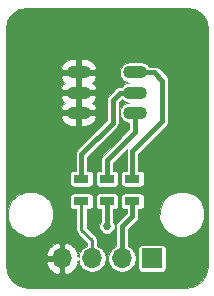
<source format=gtl>
%TF.GenerationSoftware,KiCad,Pcbnew,4.0.7*%
%TF.CreationDate,2018-07-15T20:08:15+02:00*%
%TF.ProjectId,RGBModule,5247424D6F64756C652E6B696361645F,rev?*%
%TF.FileFunction,Copper,L1,Top,Signal*%
%FSLAX46Y46*%
G04 Gerber Fmt 4.6, Leading zero omitted, Abs format (unit mm)*
G04 Created by KiCad (PCBNEW 4.0.7) date 07/15/18 20:08:15*
%MOMM*%
%LPD*%
G01*
G04 APERTURE LIST*
%ADD10C,0.100000*%
%ADD11R,1.700000X1.700000*%
%ADD12O,1.700000X1.700000*%
%ADD13O,1.998980X1.099820*%
%ADD14R,1.300000X0.700000*%
%ADD15C,0.685800*%
%ADD16C,0.400000*%
%ADD17C,0.254000*%
G04 APERTURE END LIST*
D10*
D11*
X12827000Y-21793200D03*
D12*
X10287000Y-21793200D03*
X7747000Y-21793200D03*
X5207000Y-21793200D03*
D13*
X11414760Y-9446260D03*
X11414760Y-7747000D03*
X11414760Y-6047740D03*
X6619240Y-6047740D03*
X6619240Y-7747000D03*
X6619240Y-9446260D03*
D14*
X11176000Y-16952000D03*
X11176000Y-15052000D03*
X9017000Y-15052000D03*
X9017000Y-16952000D03*
X6858000Y-15052000D03*
X6858000Y-16952000D03*
D15*
X9017000Y-19050000D03*
D16*
X6619240Y-9446260D02*
X6619240Y-7747000D01*
X6619240Y-6047740D02*
X6619240Y-7747000D01*
X9017000Y-15052000D02*
X9017000Y-13462000D01*
X11414760Y-11064240D02*
X11414760Y-9446260D01*
X9017000Y-13462000D02*
X11414760Y-11064240D01*
X6858000Y-15052000D02*
X6858000Y-12954000D01*
X10160000Y-7747000D02*
X11414760Y-7747000D01*
X9525000Y-8382000D02*
X10160000Y-7747000D01*
X9525000Y-10287000D02*
X9525000Y-8382000D01*
X6858000Y-12954000D02*
X9525000Y-10287000D01*
X11176000Y-15052000D02*
X11176000Y-12700000D01*
X13032740Y-6047740D02*
X11414760Y-6047740D01*
X13716000Y-6731000D02*
X13032740Y-6047740D01*
X13716000Y-10160000D02*
X13716000Y-6731000D01*
X11176000Y-12700000D02*
X13716000Y-10160000D01*
D17*
X7747000Y-21793200D02*
X7747000Y-20269200D01*
X6858000Y-19380200D02*
X6858000Y-16952000D01*
X7747000Y-20269200D02*
X6858000Y-19380200D01*
D16*
X10287000Y-21793200D02*
X10287000Y-19050000D01*
X11176000Y-18161000D02*
X11176000Y-16952000D01*
X10287000Y-19050000D02*
X11176000Y-18161000D01*
D17*
X10287000Y-21793200D02*
X10287000Y-21031200D01*
D16*
X9017000Y-19050000D02*
X9017000Y-16952000D01*
D17*
X8890000Y-17079000D02*
X9017000Y-16952000D01*
X12827000Y-21793200D02*
X12827000Y-21539200D01*
D10*
G36*
X16451892Y-713654D02*
X17048623Y-1112377D01*
X17447346Y-1709108D01*
X17593500Y-2443875D01*
X17593500Y-22439314D01*
X17396318Y-23205633D01*
X16934509Y-23820038D01*
X16272728Y-24210949D01*
X15471888Y-24324500D01*
X2325686Y-24324500D01*
X1559367Y-24127318D01*
X944962Y-23665509D01*
X554051Y-23003728D01*
X441881Y-22212627D01*
X3862905Y-22212627D01*
X4125726Y-22695063D01*
X4553161Y-23040198D01*
X4787576Y-23137278D01*
X5003000Y-23045189D01*
X5003000Y-21997200D01*
X3953340Y-21997200D01*
X3862905Y-22212627D01*
X441881Y-22212627D01*
X440500Y-22202888D01*
X440500Y-21373773D01*
X3862905Y-21373773D01*
X3953340Y-21589200D01*
X5003000Y-21589200D01*
X5003000Y-20541211D01*
X5411000Y-20541211D01*
X5411000Y-21589200D01*
X5431000Y-21589200D01*
X5431000Y-21997200D01*
X5411000Y-21997200D01*
X5411000Y-23045189D01*
X5626424Y-23137278D01*
X5860839Y-23040198D01*
X6288274Y-22695063D01*
X6551095Y-22212627D01*
X6460661Y-21997202D01*
X6615000Y-21997202D01*
X6615000Y-21926410D01*
X6680843Y-22257425D01*
X6930999Y-22631809D01*
X7305383Y-22881965D01*
X7747000Y-22969808D01*
X8188617Y-22881965D01*
X8563001Y-22631809D01*
X8813157Y-22257425D01*
X8901000Y-21815808D01*
X8901000Y-21770592D01*
X9133000Y-21770592D01*
X9133000Y-21815808D01*
X9220843Y-22257425D01*
X9470999Y-22631809D01*
X9845383Y-22881965D01*
X10287000Y-22969808D01*
X10728617Y-22881965D01*
X11103001Y-22631809D01*
X11353157Y-22257425D01*
X11441000Y-21815808D01*
X11441000Y-21770592D01*
X11353157Y-21328975D01*
X11103001Y-20954591D01*
X11085954Y-20943200D01*
X11667045Y-20943200D01*
X11667045Y-22643200D01*
X11688243Y-22755855D01*
X11754822Y-22859323D01*
X11856410Y-22928735D01*
X11977000Y-22953155D01*
X13677000Y-22953155D01*
X13789655Y-22931957D01*
X13893123Y-22865378D01*
X13962535Y-22763790D01*
X13986955Y-22643200D01*
X13986955Y-20943200D01*
X13965757Y-20830545D01*
X13899178Y-20727077D01*
X13797590Y-20657665D01*
X13677000Y-20633245D01*
X11977000Y-20633245D01*
X11864345Y-20654443D01*
X11760877Y-20721022D01*
X11691465Y-20822610D01*
X11667045Y-20943200D01*
X11085954Y-20943200D01*
X10791000Y-20746118D01*
X10791000Y-19258764D01*
X11532382Y-18517382D01*
X11603418Y-18411068D01*
X13462670Y-18411068D01*
X13751926Y-19111121D01*
X14287062Y-19647192D01*
X14986609Y-19937669D01*
X15744068Y-19938330D01*
X16444121Y-19649074D01*
X16980192Y-19113938D01*
X17270669Y-18414391D01*
X17271330Y-17656932D01*
X16982074Y-16956879D01*
X16446938Y-16420808D01*
X15747391Y-16130331D01*
X14989932Y-16129670D01*
X14289879Y-16418926D01*
X13753808Y-16954062D01*
X13463331Y-17653609D01*
X13462670Y-18411068D01*
X11603418Y-18411068D01*
X11641635Y-18353872D01*
X11680000Y-18161000D01*
X11680000Y-17611955D01*
X11826000Y-17611955D01*
X11938655Y-17590757D01*
X12042123Y-17524178D01*
X12111535Y-17422590D01*
X12135955Y-17302000D01*
X12135955Y-16602000D01*
X12114757Y-16489345D01*
X12048178Y-16385877D01*
X11946590Y-16316465D01*
X11826000Y-16292045D01*
X10526000Y-16292045D01*
X10413345Y-16313243D01*
X10309877Y-16379822D01*
X10240465Y-16481410D01*
X10216045Y-16602000D01*
X10216045Y-17302000D01*
X10237243Y-17414655D01*
X10303822Y-17518123D01*
X10405410Y-17587535D01*
X10526000Y-17611955D01*
X10672000Y-17611955D01*
X10672000Y-17952236D01*
X9930618Y-18693618D01*
X9821365Y-18857127D01*
X9796525Y-18982008D01*
X9783000Y-19050000D01*
X9783000Y-20746118D01*
X9470999Y-20954591D01*
X9220843Y-21328975D01*
X9133000Y-21770592D01*
X8901000Y-21770592D01*
X8813157Y-21328975D01*
X8563001Y-20954591D01*
X8188617Y-20704435D01*
X8178000Y-20702323D01*
X8178000Y-20269200D01*
X8145192Y-20104263D01*
X8051763Y-19964437D01*
X7289000Y-19201674D01*
X7289000Y-17611955D01*
X7508000Y-17611955D01*
X7620655Y-17590757D01*
X7724123Y-17524178D01*
X7793535Y-17422590D01*
X7817955Y-17302000D01*
X7817955Y-16602000D01*
X8057045Y-16602000D01*
X8057045Y-17302000D01*
X8078243Y-17414655D01*
X8144822Y-17518123D01*
X8246410Y-17587535D01*
X8367000Y-17611955D01*
X8513000Y-17611955D01*
X8513000Y-18639063D01*
X8468904Y-18683082D01*
X8370212Y-18920759D01*
X8369987Y-19178112D01*
X8468265Y-19415961D01*
X8650082Y-19598096D01*
X8887759Y-19696788D01*
X9145112Y-19697013D01*
X9382961Y-19598735D01*
X9565096Y-19416918D01*
X9663788Y-19179241D01*
X9664013Y-18921888D01*
X9565735Y-18684039D01*
X9521000Y-18639226D01*
X9521000Y-17611955D01*
X9667000Y-17611955D01*
X9779655Y-17590757D01*
X9883123Y-17524178D01*
X9952535Y-17422590D01*
X9976955Y-17302000D01*
X9976955Y-16602000D01*
X9955757Y-16489345D01*
X9889178Y-16385877D01*
X9787590Y-16316465D01*
X9667000Y-16292045D01*
X8367000Y-16292045D01*
X8254345Y-16313243D01*
X8150877Y-16379822D01*
X8081465Y-16481410D01*
X8057045Y-16602000D01*
X7817955Y-16602000D01*
X7796757Y-16489345D01*
X7730178Y-16385877D01*
X7628590Y-16316465D01*
X7508000Y-16292045D01*
X6208000Y-16292045D01*
X6095345Y-16313243D01*
X5991877Y-16379822D01*
X5922465Y-16481410D01*
X5898045Y-16602000D01*
X5898045Y-17302000D01*
X5919243Y-17414655D01*
X5985822Y-17518123D01*
X6087410Y-17587535D01*
X6208000Y-17611955D01*
X6427000Y-17611955D01*
X6427000Y-19380200D01*
X6459808Y-19545137D01*
X6527999Y-19647192D01*
X6553237Y-19684963D01*
X7316000Y-20447726D01*
X7316000Y-20702323D01*
X7305383Y-20704435D01*
X6930999Y-20954591D01*
X6680843Y-21328975D01*
X6615000Y-21659990D01*
X6615000Y-21589198D01*
X6460661Y-21589198D01*
X6551095Y-21373773D01*
X6288274Y-20891337D01*
X5860839Y-20546202D01*
X5626424Y-20449122D01*
X5411000Y-20541211D01*
X5003000Y-20541211D01*
X4787576Y-20449122D01*
X4553161Y-20546202D01*
X4125726Y-20891337D01*
X3862905Y-21373773D01*
X440500Y-21373773D01*
X440500Y-18411068D01*
X635670Y-18411068D01*
X924926Y-19111121D01*
X1460062Y-19647192D01*
X2159609Y-19937669D01*
X2917068Y-19938330D01*
X3617121Y-19649074D01*
X4153192Y-19113938D01*
X4443669Y-18414391D01*
X4444330Y-17656932D01*
X4155074Y-16956879D01*
X3619938Y-16420808D01*
X2920391Y-16130331D01*
X2162932Y-16129670D01*
X1462879Y-16418926D01*
X926808Y-16954062D01*
X636331Y-17653609D01*
X635670Y-18411068D01*
X440500Y-18411068D01*
X440500Y-14702000D01*
X5898045Y-14702000D01*
X5898045Y-15402000D01*
X5919243Y-15514655D01*
X5985822Y-15618123D01*
X6087410Y-15687535D01*
X6208000Y-15711955D01*
X7508000Y-15711955D01*
X7620655Y-15690757D01*
X7724123Y-15624178D01*
X7793535Y-15522590D01*
X7817955Y-15402000D01*
X7817955Y-14702000D01*
X7796757Y-14589345D01*
X7730178Y-14485877D01*
X7628590Y-14416465D01*
X7508000Y-14392045D01*
X7362000Y-14392045D01*
X7362000Y-13162764D01*
X9881382Y-10643382D01*
X9990635Y-10479872D01*
X10029001Y-10287000D01*
X10029000Y-10286995D01*
X10029000Y-8590764D01*
X10309049Y-8310715D01*
X10335837Y-8350806D01*
X10612866Y-8535910D01*
X10918126Y-8596630D01*
X10612866Y-8657350D01*
X10335837Y-8842454D01*
X10150733Y-9119483D01*
X10085733Y-9446260D01*
X10150733Y-9773037D01*
X10335837Y-10050066D01*
X10612866Y-10235170D01*
X10910760Y-10294425D01*
X10910760Y-10855476D01*
X8660618Y-13105618D01*
X8551365Y-13269127D01*
X8551365Y-13269128D01*
X8513000Y-13462000D01*
X8513000Y-14392045D01*
X8367000Y-14392045D01*
X8254345Y-14413243D01*
X8150877Y-14479822D01*
X8081465Y-14581410D01*
X8057045Y-14702000D01*
X8057045Y-15402000D01*
X8078243Y-15514655D01*
X8144822Y-15618123D01*
X8246410Y-15687535D01*
X8367000Y-15711955D01*
X9667000Y-15711955D01*
X9779655Y-15690757D01*
X9883123Y-15624178D01*
X9952535Y-15522590D01*
X9976955Y-15402000D01*
X9976955Y-14702000D01*
X9955757Y-14589345D01*
X9889178Y-14485877D01*
X9787590Y-14416465D01*
X9667000Y-14392045D01*
X9521000Y-14392045D01*
X9521000Y-13670764D01*
X10762172Y-12429592D01*
X10710365Y-12507127D01*
X10710365Y-12507128D01*
X10672000Y-12700000D01*
X10672000Y-14392045D01*
X10526000Y-14392045D01*
X10413345Y-14413243D01*
X10309877Y-14479822D01*
X10240465Y-14581410D01*
X10216045Y-14702000D01*
X10216045Y-15402000D01*
X10237243Y-15514655D01*
X10303822Y-15618123D01*
X10405410Y-15687535D01*
X10526000Y-15711955D01*
X11826000Y-15711955D01*
X11938655Y-15690757D01*
X12042123Y-15624178D01*
X12111535Y-15522590D01*
X12135955Y-15402000D01*
X12135955Y-14702000D01*
X12114757Y-14589345D01*
X12048178Y-14485877D01*
X11946590Y-14416465D01*
X11826000Y-14392045D01*
X11680000Y-14392045D01*
X11680000Y-12908764D01*
X14072382Y-10516382D01*
X14096777Y-10479872D01*
X14181635Y-10352872D01*
X14220000Y-10160000D01*
X14220000Y-6731005D01*
X14220001Y-6731000D01*
X14181635Y-6538128D01*
X14072382Y-6374618D01*
X13389122Y-5691358D01*
X13225613Y-5582105D01*
X13032740Y-5543740D01*
X12560371Y-5543740D01*
X12493683Y-5443934D01*
X12216654Y-5258830D01*
X11889877Y-5193830D01*
X10939643Y-5193830D01*
X10612866Y-5258830D01*
X10335837Y-5443934D01*
X10150733Y-5720963D01*
X10085733Y-6047740D01*
X10150733Y-6374517D01*
X10335837Y-6651546D01*
X10612866Y-6836650D01*
X10918126Y-6897370D01*
X10612866Y-6958090D01*
X10335837Y-7143194D01*
X10269149Y-7243000D01*
X10160005Y-7243000D01*
X10160000Y-7242999D01*
X9967128Y-7281365D01*
X9803618Y-7390618D01*
X9168618Y-8025618D01*
X9059365Y-8189127D01*
X9059365Y-8189128D01*
X9021000Y-8382000D01*
X9021000Y-10078236D01*
X6501618Y-12597618D01*
X6392365Y-12761127D01*
X6392365Y-12761128D01*
X6354000Y-12954000D01*
X6354000Y-14392045D01*
X6208000Y-14392045D01*
X6095345Y-14413243D01*
X5991877Y-14479822D01*
X5922465Y-14581410D01*
X5898045Y-14702000D01*
X440500Y-14702000D01*
X440500Y-9818100D01*
X5126013Y-9818100D01*
X5242000Y-10085421D01*
X5557210Y-10391768D01*
X5965660Y-10554170D01*
X6415240Y-10554170D01*
X6415240Y-9650260D01*
X6823240Y-9650260D01*
X6823240Y-10554170D01*
X7272820Y-10554170D01*
X7681270Y-10391768D01*
X7996480Y-10085421D01*
X8112467Y-9818100D01*
X8015499Y-9650260D01*
X6823240Y-9650260D01*
X6415240Y-9650260D01*
X5222981Y-9650260D01*
X5126013Y-9818100D01*
X440500Y-9818100D01*
X440500Y-8118840D01*
X5126013Y-8118840D01*
X5242000Y-8386161D01*
X5458558Y-8596630D01*
X5242000Y-8807099D01*
X5126013Y-9074420D01*
X5222981Y-9242260D01*
X6415240Y-9242260D01*
X6415240Y-7951000D01*
X6823240Y-7951000D01*
X6823240Y-9242260D01*
X8015499Y-9242260D01*
X8112467Y-9074420D01*
X7996480Y-8807099D01*
X7779922Y-8596630D01*
X7996480Y-8386161D01*
X8112467Y-8118840D01*
X8015499Y-7951000D01*
X6823240Y-7951000D01*
X6415240Y-7951000D01*
X5222981Y-7951000D01*
X5126013Y-8118840D01*
X440500Y-8118840D01*
X440500Y-6419580D01*
X5126013Y-6419580D01*
X5242000Y-6686901D01*
X5458558Y-6897370D01*
X5242000Y-7107839D01*
X5126013Y-7375160D01*
X5222981Y-7543000D01*
X6415240Y-7543000D01*
X6415240Y-6251740D01*
X6823240Y-6251740D01*
X6823240Y-7543000D01*
X8015499Y-7543000D01*
X8112467Y-7375160D01*
X7996480Y-7107839D01*
X7779922Y-6897370D01*
X7996480Y-6686901D01*
X8112467Y-6419580D01*
X8015499Y-6251740D01*
X6823240Y-6251740D01*
X6415240Y-6251740D01*
X5222981Y-6251740D01*
X5126013Y-6419580D01*
X440500Y-6419580D01*
X440500Y-5675900D01*
X5126013Y-5675900D01*
X5222981Y-5843740D01*
X6415240Y-5843740D01*
X6415240Y-4939830D01*
X6823240Y-4939830D01*
X6823240Y-5843740D01*
X8015499Y-5843740D01*
X8112467Y-5675900D01*
X7996480Y-5408579D01*
X7681270Y-5102232D01*
X7272820Y-4939830D01*
X6823240Y-4939830D01*
X6415240Y-4939830D01*
X5965660Y-4939830D01*
X5557210Y-5102232D01*
X5242000Y-5408579D01*
X5126013Y-5675900D01*
X440500Y-5675900D01*
X440500Y-2443876D01*
X586654Y-1709108D01*
X985377Y-1112377D01*
X1582108Y-713654D01*
X2316875Y-567500D01*
X15717124Y-567500D01*
X16451892Y-713654D01*
X16451892Y-713654D01*
G37*
X16451892Y-713654D02*
X17048623Y-1112377D01*
X17447346Y-1709108D01*
X17593500Y-2443875D01*
X17593500Y-22439314D01*
X17396318Y-23205633D01*
X16934509Y-23820038D01*
X16272728Y-24210949D01*
X15471888Y-24324500D01*
X2325686Y-24324500D01*
X1559367Y-24127318D01*
X944962Y-23665509D01*
X554051Y-23003728D01*
X441881Y-22212627D01*
X3862905Y-22212627D01*
X4125726Y-22695063D01*
X4553161Y-23040198D01*
X4787576Y-23137278D01*
X5003000Y-23045189D01*
X5003000Y-21997200D01*
X3953340Y-21997200D01*
X3862905Y-22212627D01*
X441881Y-22212627D01*
X440500Y-22202888D01*
X440500Y-21373773D01*
X3862905Y-21373773D01*
X3953340Y-21589200D01*
X5003000Y-21589200D01*
X5003000Y-20541211D01*
X5411000Y-20541211D01*
X5411000Y-21589200D01*
X5431000Y-21589200D01*
X5431000Y-21997200D01*
X5411000Y-21997200D01*
X5411000Y-23045189D01*
X5626424Y-23137278D01*
X5860839Y-23040198D01*
X6288274Y-22695063D01*
X6551095Y-22212627D01*
X6460661Y-21997202D01*
X6615000Y-21997202D01*
X6615000Y-21926410D01*
X6680843Y-22257425D01*
X6930999Y-22631809D01*
X7305383Y-22881965D01*
X7747000Y-22969808D01*
X8188617Y-22881965D01*
X8563001Y-22631809D01*
X8813157Y-22257425D01*
X8901000Y-21815808D01*
X8901000Y-21770592D01*
X9133000Y-21770592D01*
X9133000Y-21815808D01*
X9220843Y-22257425D01*
X9470999Y-22631809D01*
X9845383Y-22881965D01*
X10287000Y-22969808D01*
X10728617Y-22881965D01*
X11103001Y-22631809D01*
X11353157Y-22257425D01*
X11441000Y-21815808D01*
X11441000Y-21770592D01*
X11353157Y-21328975D01*
X11103001Y-20954591D01*
X11085954Y-20943200D01*
X11667045Y-20943200D01*
X11667045Y-22643200D01*
X11688243Y-22755855D01*
X11754822Y-22859323D01*
X11856410Y-22928735D01*
X11977000Y-22953155D01*
X13677000Y-22953155D01*
X13789655Y-22931957D01*
X13893123Y-22865378D01*
X13962535Y-22763790D01*
X13986955Y-22643200D01*
X13986955Y-20943200D01*
X13965757Y-20830545D01*
X13899178Y-20727077D01*
X13797590Y-20657665D01*
X13677000Y-20633245D01*
X11977000Y-20633245D01*
X11864345Y-20654443D01*
X11760877Y-20721022D01*
X11691465Y-20822610D01*
X11667045Y-20943200D01*
X11085954Y-20943200D01*
X10791000Y-20746118D01*
X10791000Y-19258764D01*
X11532382Y-18517382D01*
X11603418Y-18411068D01*
X13462670Y-18411068D01*
X13751926Y-19111121D01*
X14287062Y-19647192D01*
X14986609Y-19937669D01*
X15744068Y-19938330D01*
X16444121Y-19649074D01*
X16980192Y-19113938D01*
X17270669Y-18414391D01*
X17271330Y-17656932D01*
X16982074Y-16956879D01*
X16446938Y-16420808D01*
X15747391Y-16130331D01*
X14989932Y-16129670D01*
X14289879Y-16418926D01*
X13753808Y-16954062D01*
X13463331Y-17653609D01*
X13462670Y-18411068D01*
X11603418Y-18411068D01*
X11641635Y-18353872D01*
X11680000Y-18161000D01*
X11680000Y-17611955D01*
X11826000Y-17611955D01*
X11938655Y-17590757D01*
X12042123Y-17524178D01*
X12111535Y-17422590D01*
X12135955Y-17302000D01*
X12135955Y-16602000D01*
X12114757Y-16489345D01*
X12048178Y-16385877D01*
X11946590Y-16316465D01*
X11826000Y-16292045D01*
X10526000Y-16292045D01*
X10413345Y-16313243D01*
X10309877Y-16379822D01*
X10240465Y-16481410D01*
X10216045Y-16602000D01*
X10216045Y-17302000D01*
X10237243Y-17414655D01*
X10303822Y-17518123D01*
X10405410Y-17587535D01*
X10526000Y-17611955D01*
X10672000Y-17611955D01*
X10672000Y-17952236D01*
X9930618Y-18693618D01*
X9821365Y-18857127D01*
X9796525Y-18982008D01*
X9783000Y-19050000D01*
X9783000Y-20746118D01*
X9470999Y-20954591D01*
X9220843Y-21328975D01*
X9133000Y-21770592D01*
X8901000Y-21770592D01*
X8813157Y-21328975D01*
X8563001Y-20954591D01*
X8188617Y-20704435D01*
X8178000Y-20702323D01*
X8178000Y-20269200D01*
X8145192Y-20104263D01*
X8051763Y-19964437D01*
X7289000Y-19201674D01*
X7289000Y-17611955D01*
X7508000Y-17611955D01*
X7620655Y-17590757D01*
X7724123Y-17524178D01*
X7793535Y-17422590D01*
X7817955Y-17302000D01*
X7817955Y-16602000D01*
X8057045Y-16602000D01*
X8057045Y-17302000D01*
X8078243Y-17414655D01*
X8144822Y-17518123D01*
X8246410Y-17587535D01*
X8367000Y-17611955D01*
X8513000Y-17611955D01*
X8513000Y-18639063D01*
X8468904Y-18683082D01*
X8370212Y-18920759D01*
X8369987Y-19178112D01*
X8468265Y-19415961D01*
X8650082Y-19598096D01*
X8887759Y-19696788D01*
X9145112Y-19697013D01*
X9382961Y-19598735D01*
X9565096Y-19416918D01*
X9663788Y-19179241D01*
X9664013Y-18921888D01*
X9565735Y-18684039D01*
X9521000Y-18639226D01*
X9521000Y-17611955D01*
X9667000Y-17611955D01*
X9779655Y-17590757D01*
X9883123Y-17524178D01*
X9952535Y-17422590D01*
X9976955Y-17302000D01*
X9976955Y-16602000D01*
X9955757Y-16489345D01*
X9889178Y-16385877D01*
X9787590Y-16316465D01*
X9667000Y-16292045D01*
X8367000Y-16292045D01*
X8254345Y-16313243D01*
X8150877Y-16379822D01*
X8081465Y-16481410D01*
X8057045Y-16602000D01*
X7817955Y-16602000D01*
X7796757Y-16489345D01*
X7730178Y-16385877D01*
X7628590Y-16316465D01*
X7508000Y-16292045D01*
X6208000Y-16292045D01*
X6095345Y-16313243D01*
X5991877Y-16379822D01*
X5922465Y-16481410D01*
X5898045Y-16602000D01*
X5898045Y-17302000D01*
X5919243Y-17414655D01*
X5985822Y-17518123D01*
X6087410Y-17587535D01*
X6208000Y-17611955D01*
X6427000Y-17611955D01*
X6427000Y-19380200D01*
X6459808Y-19545137D01*
X6527999Y-19647192D01*
X6553237Y-19684963D01*
X7316000Y-20447726D01*
X7316000Y-20702323D01*
X7305383Y-20704435D01*
X6930999Y-20954591D01*
X6680843Y-21328975D01*
X6615000Y-21659990D01*
X6615000Y-21589198D01*
X6460661Y-21589198D01*
X6551095Y-21373773D01*
X6288274Y-20891337D01*
X5860839Y-20546202D01*
X5626424Y-20449122D01*
X5411000Y-20541211D01*
X5003000Y-20541211D01*
X4787576Y-20449122D01*
X4553161Y-20546202D01*
X4125726Y-20891337D01*
X3862905Y-21373773D01*
X440500Y-21373773D01*
X440500Y-18411068D01*
X635670Y-18411068D01*
X924926Y-19111121D01*
X1460062Y-19647192D01*
X2159609Y-19937669D01*
X2917068Y-19938330D01*
X3617121Y-19649074D01*
X4153192Y-19113938D01*
X4443669Y-18414391D01*
X4444330Y-17656932D01*
X4155074Y-16956879D01*
X3619938Y-16420808D01*
X2920391Y-16130331D01*
X2162932Y-16129670D01*
X1462879Y-16418926D01*
X926808Y-16954062D01*
X636331Y-17653609D01*
X635670Y-18411068D01*
X440500Y-18411068D01*
X440500Y-14702000D01*
X5898045Y-14702000D01*
X5898045Y-15402000D01*
X5919243Y-15514655D01*
X5985822Y-15618123D01*
X6087410Y-15687535D01*
X6208000Y-15711955D01*
X7508000Y-15711955D01*
X7620655Y-15690757D01*
X7724123Y-15624178D01*
X7793535Y-15522590D01*
X7817955Y-15402000D01*
X7817955Y-14702000D01*
X7796757Y-14589345D01*
X7730178Y-14485877D01*
X7628590Y-14416465D01*
X7508000Y-14392045D01*
X7362000Y-14392045D01*
X7362000Y-13162764D01*
X9881382Y-10643382D01*
X9990635Y-10479872D01*
X10029001Y-10287000D01*
X10029000Y-10286995D01*
X10029000Y-8590764D01*
X10309049Y-8310715D01*
X10335837Y-8350806D01*
X10612866Y-8535910D01*
X10918126Y-8596630D01*
X10612866Y-8657350D01*
X10335837Y-8842454D01*
X10150733Y-9119483D01*
X10085733Y-9446260D01*
X10150733Y-9773037D01*
X10335837Y-10050066D01*
X10612866Y-10235170D01*
X10910760Y-10294425D01*
X10910760Y-10855476D01*
X8660618Y-13105618D01*
X8551365Y-13269127D01*
X8551365Y-13269128D01*
X8513000Y-13462000D01*
X8513000Y-14392045D01*
X8367000Y-14392045D01*
X8254345Y-14413243D01*
X8150877Y-14479822D01*
X8081465Y-14581410D01*
X8057045Y-14702000D01*
X8057045Y-15402000D01*
X8078243Y-15514655D01*
X8144822Y-15618123D01*
X8246410Y-15687535D01*
X8367000Y-15711955D01*
X9667000Y-15711955D01*
X9779655Y-15690757D01*
X9883123Y-15624178D01*
X9952535Y-15522590D01*
X9976955Y-15402000D01*
X9976955Y-14702000D01*
X9955757Y-14589345D01*
X9889178Y-14485877D01*
X9787590Y-14416465D01*
X9667000Y-14392045D01*
X9521000Y-14392045D01*
X9521000Y-13670764D01*
X10762172Y-12429592D01*
X10710365Y-12507127D01*
X10710365Y-12507128D01*
X10672000Y-12700000D01*
X10672000Y-14392045D01*
X10526000Y-14392045D01*
X10413345Y-14413243D01*
X10309877Y-14479822D01*
X10240465Y-14581410D01*
X10216045Y-14702000D01*
X10216045Y-15402000D01*
X10237243Y-15514655D01*
X10303822Y-15618123D01*
X10405410Y-15687535D01*
X10526000Y-15711955D01*
X11826000Y-15711955D01*
X11938655Y-15690757D01*
X12042123Y-15624178D01*
X12111535Y-15522590D01*
X12135955Y-15402000D01*
X12135955Y-14702000D01*
X12114757Y-14589345D01*
X12048178Y-14485877D01*
X11946590Y-14416465D01*
X11826000Y-14392045D01*
X11680000Y-14392045D01*
X11680000Y-12908764D01*
X14072382Y-10516382D01*
X14096777Y-10479872D01*
X14181635Y-10352872D01*
X14220000Y-10160000D01*
X14220000Y-6731005D01*
X14220001Y-6731000D01*
X14181635Y-6538128D01*
X14072382Y-6374618D01*
X13389122Y-5691358D01*
X13225613Y-5582105D01*
X13032740Y-5543740D01*
X12560371Y-5543740D01*
X12493683Y-5443934D01*
X12216654Y-5258830D01*
X11889877Y-5193830D01*
X10939643Y-5193830D01*
X10612866Y-5258830D01*
X10335837Y-5443934D01*
X10150733Y-5720963D01*
X10085733Y-6047740D01*
X10150733Y-6374517D01*
X10335837Y-6651546D01*
X10612866Y-6836650D01*
X10918126Y-6897370D01*
X10612866Y-6958090D01*
X10335837Y-7143194D01*
X10269149Y-7243000D01*
X10160005Y-7243000D01*
X10160000Y-7242999D01*
X9967128Y-7281365D01*
X9803618Y-7390618D01*
X9168618Y-8025618D01*
X9059365Y-8189127D01*
X9059365Y-8189128D01*
X9021000Y-8382000D01*
X9021000Y-10078236D01*
X6501618Y-12597618D01*
X6392365Y-12761127D01*
X6392365Y-12761128D01*
X6354000Y-12954000D01*
X6354000Y-14392045D01*
X6208000Y-14392045D01*
X6095345Y-14413243D01*
X5991877Y-14479822D01*
X5922465Y-14581410D01*
X5898045Y-14702000D01*
X440500Y-14702000D01*
X440500Y-9818100D01*
X5126013Y-9818100D01*
X5242000Y-10085421D01*
X5557210Y-10391768D01*
X5965660Y-10554170D01*
X6415240Y-10554170D01*
X6415240Y-9650260D01*
X6823240Y-9650260D01*
X6823240Y-10554170D01*
X7272820Y-10554170D01*
X7681270Y-10391768D01*
X7996480Y-10085421D01*
X8112467Y-9818100D01*
X8015499Y-9650260D01*
X6823240Y-9650260D01*
X6415240Y-9650260D01*
X5222981Y-9650260D01*
X5126013Y-9818100D01*
X440500Y-9818100D01*
X440500Y-8118840D01*
X5126013Y-8118840D01*
X5242000Y-8386161D01*
X5458558Y-8596630D01*
X5242000Y-8807099D01*
X5126013Y-9074420D01*
X5222981Y-9242260D01*
X6415240Y-9242260D01*
X6415240Y-7951000D01*
X6823240Y-7951000D01*
X6823240Y-9242260D01*
X8015499Y-9242260D01*
X8112467Y-9074420D01*
X7996480Y-8807099D01*
X7779922Y-8596630D01*
X7996480Y-8386161D01*
X8112467Y-8118840D01*
X8015499Y-7951000D01*
X6823240Y-7951000D01*
X6415240Y-7951000D01*
X5222981Y-7951000D01*
X5126013Y-8118840D01*
X440500Y-8118840D01*
X440500Y-6419580D01*
X5126013Y-6419580D01*
X5242000Y-6686901D01*
X5458558Y-6897370D01*
X5242000Y-7107839D01*
X5126013Y-7375160D01*
X5222981Y-7543000D01*
X6415240Y-7543000D01*
X6415240Y-6251740D01*
X6823240Y-6251740D01*
X6823240Y-7543000D01*
X8015499Y-7543000D01*
X8112467Y-7375160D01*
X7996480Y-7107839D01*
X7779922Y-6897370D01*
X7996480Y-6686901D01*
X8112467Y-6419580D01*
X8015499Y-6251740D01*
X6823240Y-6251740D01*
X6415240Y-6251740D01*
X5222981Y-6251740D01*
X5126013Y-6419580D01*
X440500Y-6419580D01*
X440500Y-5675900D01*
X5126013Y-5675900D01*
X5222981Y-5843740D01*
X6415240Y-5843740D01*
X6415240Y-4939830D01*
X6823240Y-4939830D01*
X6823240Y-5843740D01*
X8015499Y-5843740D01*
X8112467Y-5675900D01*
X7996480Y-5408579D01*
X7681270Y-5102232D01*
X7272820Y-4939830D01*
X6823240Y-4939830D01*
X6415240Y-4939830D01*
X5965660Y-4939830D01*
X5557210Y-5102232D01*
X5242000Y-5408579D01*
X5126013Y-5675900D01*
X440500Y-5675900D01*
X440500Y-2443876D01*
X586654Y-1709108D01*
X985377Y-1112377D01*
X1582108Y-713654D01*
X2316875Y-567500D01*
X15717124Y-567500D01*
X16451892Y-713654D01*
M02*

</source>
